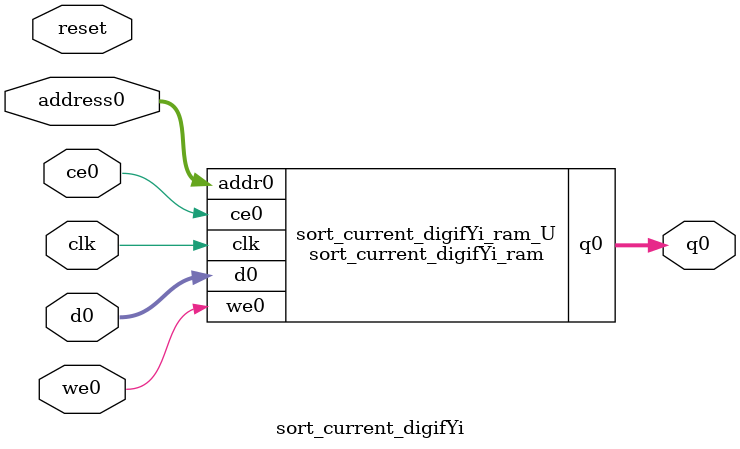
<source format=v>
`timescale 1 ns / 1 ps
module sort_current_digifYi_ram (addr0, ce0, d0, we0, q0,  clk);

parameter DWIDTH = 4;
parameter AWIDTH = 8;
parameter MEM_SIZE = 256;

input[AWIDTH-1:0] addr0;
input ce0;
input[DWIDTH-1:0] d0;
input we0;
output reg[DWIDTH-1:0] q0;
input clk;

(* ram_style = "block" *)reg [DWIDTH-1:0] ram[0:MEM_SIZE-1];




always @(posedge clk)  
begin 
    if (ce0) begin
        if (we0) 
            ram[addr0] <= d0; 
        q0 <= ram[addr0];
    end
end


endmodule

`timescale 1 ns / 1 ps
module sort_current_digifYi(
    reset,
    clk,
    address0,
    ce0,
    we0,
    d0,
    q0);

parameter DataWidth = 32'd4;
parameter AddressRange = 32'd256;
parameter AddressWidth = 32'd8;
input reset;
input clk;
input[AddressWidth - 1:0] address0;
input ce0;
input we0;
input[DataWidth - 1:0] d0;
output[DataWidth - 1:0] q0;



sort_current_digifYi_ram sort_current_digifYi_ram_U(
    .clk( clk ),
    .addr0( address0 ),
    .ce0( ce0 ),
    .we0( we0 ),
    .d0( d0 ),
    .q0( q0 ));

endmodule


</source>
